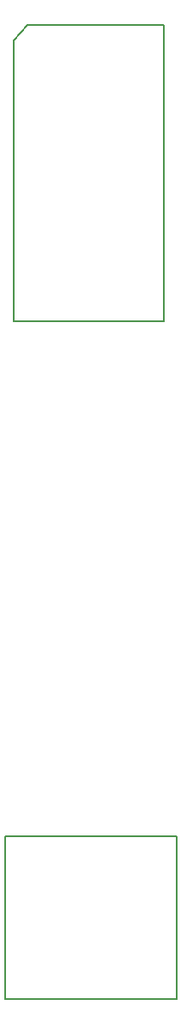
<source format=gm1>
G04 #@! TF.FileFunction,Other,ECO2*
%FSLAX46Y46*%
G04 Gerber Fmt 4.6, Leading zero omitted, Abs format (unit mm)*
G04 Created by KiCad (PCBNEW 4.0.2-stable) date 11/15/2017 1:36:56 PM*
%MOMM*%
G01*
G04 APERTURE LIST*
%ADD10C,0.050000*%
%ADD11C,0.150000*%
%ADD12C,0.050800*%
G04 APERTURE END LIST*
D10*
D11*
X42464342Y-23233815D02*
X42464342Y-52342215D01*
X42464342Y-23233815D02*
X42464342Y-23233815D01*
X27706942Y-24681615D02*
X27706942Y-52342215D01*
X42464342Y-52342215D02*
X27706942Y-52342215D01*
D12*
X42464342Y-31336415D02*
X42464342Y-31387215D01*
D11*
X29002342Y-23233815D02*
X42464342Y-23233815D01*
X27706942Y-24681615D02*
X29002342Y-23233815D01*
X43736882Y-102959335D02*
X26833182Y-102959335D01*
X43734342Y-118941015D02*
X43736882Y-102959335D01*
X26830642Y-118941015D02*
X43734342Y-118941015D01*
X26833182Y-102959335D02*
X26843342Y-118941015D01*
M02*

</source>
